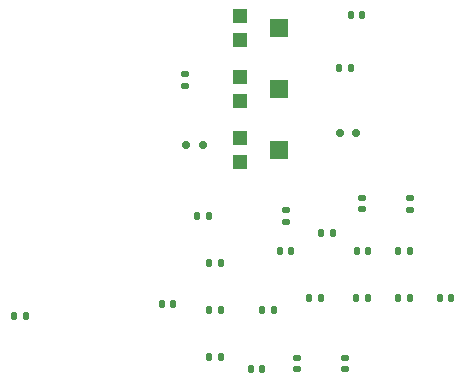
<source format=gbr>
%TF.GenerationSoftware,KiCad,Pcbnew,9.0.3*%
%TF.CreationDate,2025-12-02T00:44:41+11:00*%
%TF.ProjectId,guitar_amp,67756974-6172-45f6-916d-702e6b696361,rev?*%
%TF.SameCoordinates,Original*%
%TF.FileFunction,Paste,Top*%
%TF.FilePolarity,Positive*%
%FSLAX46Y46*%
G04 Gerber Fmt 4.6, Leading zero omitted, Abs format (unit mm)*
G04 Created by KiCad (PCBNEW 9.0.3) date 2025-12-02 00:44:41*
%MOMM*%
%LPD*%
G01*
G04 APERTURE LIST*
G04 Aperture macros list*
%AMRoundRect*
0 Rectangle with rounded corners*
0 $1 Rounding radius*
0 $2 $3 $4 $5 $6 $7 $8 $9 X,Y pos of 4 corners*
0 Add a 4 corners polygon primitive as box body*
4,1,4,$2,$3,$4,$5,$6,$7,$8,$9,$2,$3,0*
0 Add four circle primitives for the rounded corners*
1,1,$1+$1,$2,$3*
1,1,$1+$1,$4,$5*
1,1,$1+$1,$6,$7*
1,1,$1+$1,$8,$9*
0 Add four rect primitives between the rounded corners*
20,1,$1+$1,$2,$3,$4,$5,0*
20,1,$1+$1,$4,$5,$6,$7,0*
20,1,$1+$1,$6,$7,$8,$9,0*
20,1,$1+$1,$8,$9,$2,$3,0*%
G04 Aperture macros list end*
%ADD10RoundRect,0.140000X-0.140000X-0.170000X0.140000X-0.170000X0.140000X0.170000X-0.140000X0.170000X0*%
%ADD11RoundRect,0.140000X0.140000X0.170000X-0.140000X0.170000X-0.140000X-0.170000X0.140000X-0.170000X0*%
%ADD12RoundRect,0.140000X-0.170000X0.140000X-0.170000X-0.140000X0.170000X-0.140000X0.170000X0.140000X0*%
%ADD13R,1.200000X1.200000*%
%ADD14R,1.500000X1.600000*%
%ADD15RoundRect,0.150000X0.150000X0.200000X-0.150000X0.200000X-0.150000X-0.200000X0.150000X-0.200000X0*%
%ADD16RoundRect,0.140000X0.170000X-0.140000X0.170000X0.140000X-0.170000X0.140000X-0.170000X-0.140000X0*%
G04 APERTURE END LIST*
D10*
%TO.C,C10*%
X194040000Y-91000000D03*
X195000000Y-91000000D03*
%TD*%
%TO.C,6.7k7*%
X174540000Y-96000000D03*
X175500000Y-96000000D03*
%TD*%
D11*
%TO.C,C5*%
X159000000Y-92500000D03*
X158040000Y-92500000D03*
%TD*%
D10*
%TO.C,R6*%
X190540000Y-91000000D03*
X191500000Y-91000000D03*
%TD*%
%TO.C,C7*%
X178040000Y-97000000D03*
X179000000Y-97000000D03*
%TD*%
%TO.C,6.7k2*%
X173540000Y-84000000D03*
X174500000Y-84000000D03*
%TD*%
%TO.C,C11*%
X190540000Y-87000000D03*
X191500000Y-87000000D03*
%TD*%
D12*
%TO.C,R3*%
X191500000Y-82540000D03*
X191500000Y-83500000D03*
%TD*%
D10*
%TO.C,C9*%
X187040000Y-87000000D03*
X188000000Y-87000000D03*
%TD*%
D11*
%TO.C,R4*%
X187500000Y-67000000D03*
X186540000Y-67000000D03*
%TD*%
D10*
%TO.C,6.7k4*%
X174540000Y-92000000D03*
X175500000Y-92000000D03*
%TD*%
D12*
%TO.C,C2*%
X181000000Y-83540000D03*
X181000000Y-84500000D03*
%TD*%
D10*
%TO.C,C1*%
X185540000Y-71500000D03*
X186500000Y-71500000D03*
%TD*%
D12*
%TO.C,R2*%
X186000000Y-96040000D03*
X186000000Y-97000000D03*
%TD*%
D10*
%TO.C,6.7k3*%
X174540000Y-88000000D03*
X175500000Y-88000000D03*
%TD*%
D13*
%TO.C,RV3*%
X177165700Y-77430000D03*
D14*
X180415700Y-78430000D03*
D13*
X177165700Y-79430000D03*
%TD*%
D10*
%TO.C,R1*%
X184040000Y-85500000D03*
X185000000Y-85500000D03*
%TD*%
%TO.C,C3*%
X180540000Y-87000000D03*
X181500000Y-87000000D03*
%TD*%
D11*
%TO.C,C12*%
X187960000Y-91000000D03*
X187000000Y-91000000D03*
%TD*%
%TO.C,6.7k6*%
X171460000Y-91500000D03*
X170500000Y-91500000D03*
%TD*%
%TO.C,C4*%
X183960000Y-91000000D03*
X183000000Y-91000000D03*
%TD*%
D15*
%TO.C,D2*%
X172600000Y-78000000D03*
X174000000Y-78000000D03*
%TD*%
D10*
%TO.C,6.7k5*%
X179040000Y-92000000D03*
X180000000Y-92000000D03*
%TD*%
D12*
%TO.C,C6*%
X182000000Y-96040000D03*
X182000000Y-97000000D03*
%TD*%
%TO.C,6.7k1*%
X172500000Y-72040000D03*
X172500000Y-73000000D03*
%TD*%
D15*
%TO.C,D1*%
X185600000Y-77000000D03*
X187000000Y-77000000D03*
%TD*%
D13*
%TO.C,RV1*%
X177165700Y-67130000D03*
D14*
X180415700Y-68130000D03*
D13*
X177165700Y-69130000D03*
%TD*%
D16*
%TO.C,R5*%
X187500000Y-83460000D03*
X187500000Y-82500000D03*
%TD*%
D13*
%TO.C,RV2*%
X177165700Y-72280000D03*
D14*
X180415700Y-73280000D03*
D13*
X177165700Y-74280000D03*
%TD*%
M02*

</source>
